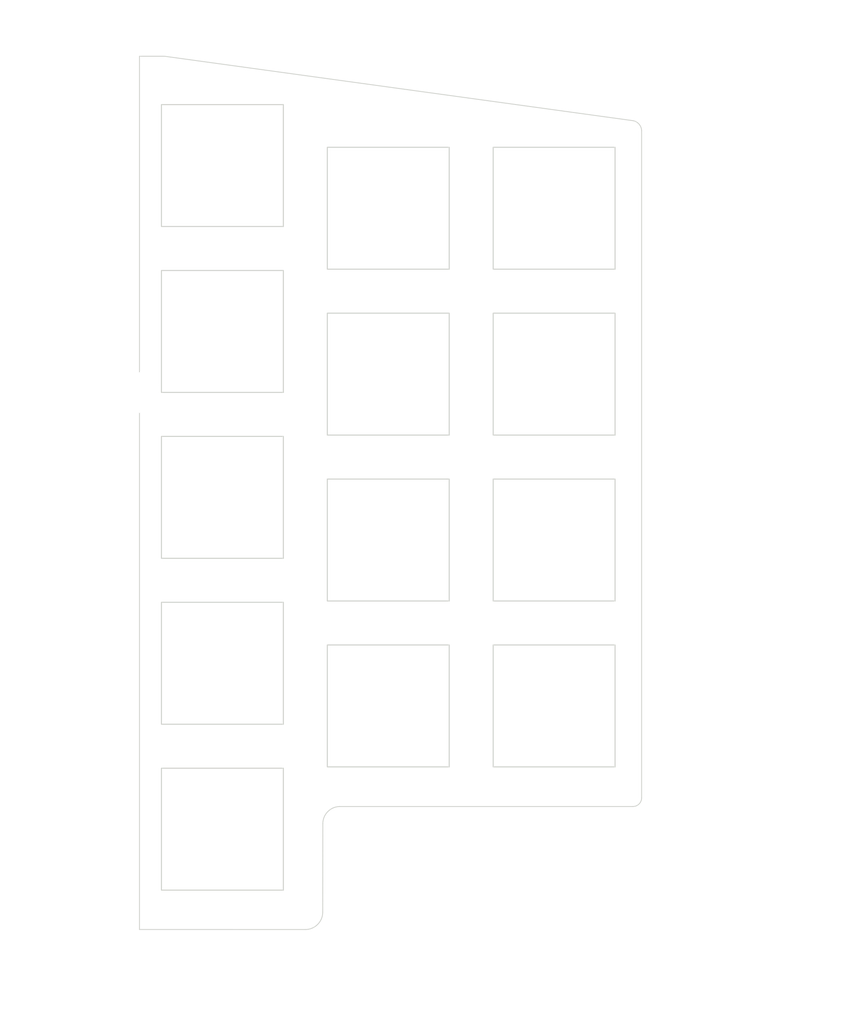
<source format=kicad_pcb>
(kicad_pcb (version 20221018) (generator pcbnew)
  (layers (0 "F.Cu" signal) (31 "B.Cu" signal) (34 "B.Paste" user) (35 "F.Paste" user) (36 "B.SilkS" user "B.Silkscreen") (37 "F.SilkS" user "F.Silkscreen") (38 "B.Mask" user) (39 "F.Mask" user) (44 "Edge.Cuts" user))
  (net 0 "")
  (footprint "SofleLoud:keyswitch_hole" (layer "F.Cu") (at 211.619214 54.924214 180)
    (fp_text reference "SW6" hide)
    (fp_text value "SW_PUSH_LED" hide)
    (fp_rect (start -7 -7) (end 7 7) (stroke (width 0.12)) (fill none) (layer "Edge.Cuts"))
  )
  (footprint "SofleChocLoud:M2_HOLE_PCB_through_hole" (layer "F.Cu") (at 202.094214 102.549214)
    (fp_text reference "TH6" hide)
    (fp_text value "HOLE" hide)
    (pad "" np_thru_hole circle (at 0 0) (size 4.7 4.7) (drill 4.7) (layers "*.Cu" "*.Mask"))
  )
  (footprint "SofleLoud:keyswitch_hole" (layer "F.Cu") (at 173.519214 69.074214 180)
    (fp_text reference "SW10" hide)
    (fp_text value "SW_PUSH_LED" hide)
    (fp_rect (start -7 -7) (end 7 7) (stroke (width 0.12)) (fill none) (layer "Edge.Cuts"))
  )
  (footprint "SofleChocLoud:M2_HOLE_PCB_through_hole" (layer "F.Cu") (at 163.779214 76.094214)
    (fp_text reference "TH3" hide)
    (fp_text value "HOLE" hide)
    (pad "" np_thru_hole circle (at 0 0) (size 4.7 4.7) (drill 4.7) (layers "*.Cu" "*.Mask"))
  )
  (footprint "SofleChocLoud:M2_HOLE_PCB_through_hole" (layer "F.Cu") (at 202.109214 64.434214)
    (fp_text reference "TH4" hide)
    (fp_text value "HOLE" hide)
    (pad "" np_thru_hole circle (at 0 0) (size 4.7 4.7) (drill 4.7) (layers "*.Cu" "*.Mask"))
  )
  (footprint "SofleLoud:keyswitch_hole" (layer "F.Cu") (at 192.569214 112.074214 180)
    (fp_text reference "SW23" hide)
    (fp_text value "SW_PUSH_LED" hide)
    (fp_rect (start -7 -7) (end 7 7) (stroke (width 0.12)) (fill none) (layer "Edge.Cuts"))
  )
  (footprint "SofleLoud:keyswitch_hole" (layer "F.Cu") (at 211.619214 112.074214 180)
    (fp_text reference "SW24" hide)
    (fp_text value "SW_PUSH_LED" hide)
    (fp_rect (start -7 -7) (end 7 7) (stroke (width 0.12)) (fill none) (layer "Edge.Cuts"))
  )
  (footprint "SofleLoud:keyswitch_hole" (layer "F.Cu") (at 211.619214 73.974214 180)
    (fp_text reference "SW12" hide)
    (fp_text value "SW_PUSH_LED" hide)
    (fp_rect (start -7 -7) (end 7 7) (stroke (width 0.12)) (fill none) (layer "Edge.Cuts"))
  )
  (footprint "SofleLoud:keyswitch_hole" (layer "F.Cu") (at 211.619214 93.024214 180)
    (fp_text reference "SW18" hide)
    (fp_text value "SW_PUSH_LED" hide)
    (fp_rect (start -7 -7) (end 7 7) (stroke (width 0.12)) (fill none) (layer "Edge.Cuts"))
  )
  (footprint "SofleLoud:keyswitch_hole" (layer "F.Cu") (at 173.519214 126.224214 180)
    (fp_text reference "SW30" hide)
    (fp_text value "SW_PUSH_LED" hide)
    (fp_rect (start -7 -7) (end 7 7) (stroke (width 0.12)) (fill none) (layer "Edge.Cuts"))
  )
  (footprint "SofleLoud:keyswitch_hole" (layer "F.Cu") (at 192.569214 73.974214 180)
    (fp_text reference "SW11" hide)
    (fp_text value "SW_PUSH_LED" hide)
    (fp_rect (start -7 -7) (end 7 7) (stroke (width 0.12)) (fill none) (layer "Edge.Cuts"))
  )
  (footprint "SofleLoud:keyswitch_hole" (layer "F.Cu") (at 173.519214 107.174214 180)
    (fp_text reference "SW22" hide)
    (fp_text value "SW_PUSH_LED" hide)
    (fp_rect (start -7 -7) (end 7 7) (stroke (width 0.12)) (fill none) (layer "Edge.Cuts"))
  )
  (footprint "SofleLoud:keyswitch_hole" (layer "F.Cu") (at 192.569214 93.024214 180)
    (fp_text reference "SW17" hide)
    (fp_text value "SW_PUSH_LED" hide)
    (fp_rect (start -7 -7) (end 7 7) (stroke (width 0.12)) (fill none) (layer "Edge.Cuts"))
  )
  (footprint "SofleLoud:keyswitch_hole" (layer "F.Cu") (at 173.519214 50.024214 180)
    (fp_text reference "SW4" hide)
    (fp_text value "SW_PUSH_LED" hide)
    (fp_rect (start -7 -7) (end 7 7) (stroke (width 0.12)) (fill none) (layer "Edge.Cuts"))
  )
  (footprint "SofleLoud:keyswitch_hole" (layer "F.Cu") (at 173.519214 88.124214 180)
    (fp_text reference "SW16" hide)
    (fp_text value "SW_PUSH_LED" hide)
    (fp_rect (start -7 -7) (end 7 7) (stroke (width 0.12)) (fill none) (layer "Edge.Cuts"))
  )
  (footprint "SofleLoud:keyswitch_hole" (layer "F.Cu") (at 192.569214 54.924214 180)
    (fp_text reference "SW5" hide)
    (fp_text value "SW_PUSH_LED" hide)
    (fp_rect (start -7 -7) (end 7 7) (stroke (width 0.12)) (fill none) (layer "Edge.Cuts"))
  )
  (gr_line (start 163.994214 137.744214) (end 183.044214 137.749214) (stroke (width 0.1)) (layer "Edge.Cuts"))
  (gr_line (start 185.044214 135.749214) (end 185.054189 125.599214) (stroke (width 0.1)) (layer "Edge.Cuts"))
  (gr_line (start 163.994214 37.474214) (end 166.869214 37.474214) (stroke (width 0.1)) (layer "Edge.Cuts"))
  (gr_line (start 163.994214 137.744214) (end 163.994214 37.474214) (stroke (width 0.1)) (layer "Edge.Cuts"))
  (gr_line (start 187.019214 123.624214) (end 220.669213 123.624214) (stroke (width 0.1)) (layer "Edge.Cuts"))
  (gr_line (start 166.869214 37.474214) (end 220.700524 44.874885) (stroke (width 0.1)) (layer "Edge.Cuts"))
  (gr_line (start 221.669179 46.024216) (end 221.669213 122.624214) (stroke (width 0.1)) (layer "Edge.Cuts"))
  (gr_arc (start 185.044214 135.749214) (mid 184.458423 137.163423) (end 183.044214 137.749214) (stroke (width 0.1)) (layer "Edge.Cuts"))
  (gr_arc (start 220.700529 44.874862) (mid 221.38416 45.281568) (end 221.669178 46.024216) (stroke (width 0.1)) (layer "Edge.Cuts"))
  (gr_arc (start 185.054189 125.599214) (mid 185.629125 124.206196) (end 187.019214 123.624214) (stroke (width 0.1)) (layer "Edge.Cuts"))
  (gr_arc (start 221.669213 122.624214) (mid 221.376316 123.331316) (end 220.669213 123.624214) (stroke (width 0.1)) (layer "Edge.Cuts"))
)
</source>
